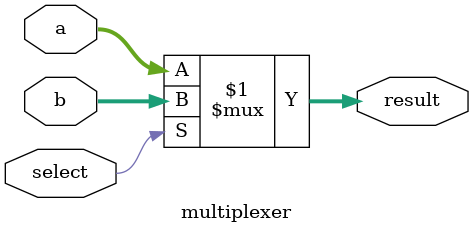
<source format=v>
module multiplexer(a,b,select,result);
	parameter size = 64;
    input [size -1:0] a;
    input [size -1:0] b;
    input select;
    output[size -1:0] result;
	
     assign result = (select)? b : a;
endmodule 
</source>
